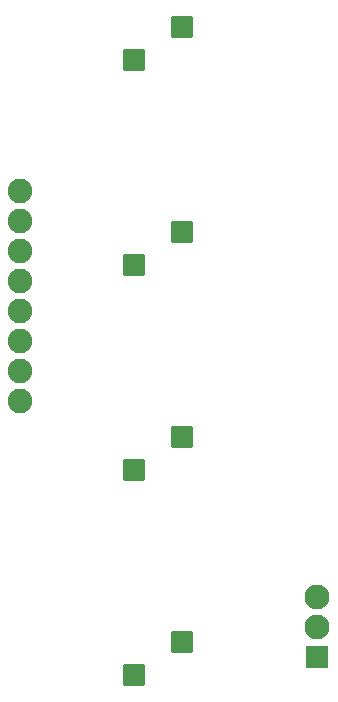
<source format=gbs>
G04 Layer: BottomSolderMaskLayer*
G04 EasyEDA v6.5.15, 2022-09-14 21:09:58*
G04 b6703ba792d845058589b0d9c50fe8b8,8325645c73b1497a9d20913bdd0b9c8b,10*
G04 Gerber Generator version 0.2*
G04 Scale: 100 percent, Rotated: No, Reflected: No *
G04 Dimensions in millimeters *
G04 leading zeros omitted , absolute positions ,4 integer and 5 decimal *
%FSLAX45Y45*%
%MOMM*%

%AMMACRO1*1,1,$1,$2,$3*1,1,$1,$4,$5*1,1,$1,0-$2,0-$3*1,1,$1,0-$4,0-$5*20,1,$1,$2,$3,$4,$5,0*20,1,$1,$4,$5,0-$2,0-$3,0*20,1,$1,0-$2,0-$3,0-$4,0-$5,0*20,1,$1,0-$4,0-$5,$2,$3,0*4,1,4,$2,$3,$4,$5,0-$2,0-$3,0-$4,0-$5,$2,$3,0*%
%ADD10C,2.0828*%
%ADD11MACRO1,0.2032X0.8X-0.8X-0.8X-0.8*%
%ADD12C,2.1016*%
%ADD13MACRO1,0.1016X-0.8999X0.8999X0.8999X0.8999*%

%LPD*%
D10*
G01*
X241300Y-889000D03*
G01*
X241300Y-635000D03*
G01*
X241300Y-381000D03*
G01*
X241300Y-127000D03*
G01*
X241300Y127000D03*
G01*
X241300Y381000D03*
G01*
X241300Y635000D03*
G01*
X241300Y889000D03*
D11*
G01*
X1613916Y-1196848D03*
G01*
X1199896Y-1476248D03*
G01*
X1613916Y2269743D03*
G01*
X1199896Y1990343D03*
G01*
X1613916Y536448D03*
G01*
X1199896Y257048D03*
G01*
X1613916Y-2930143D03*
G01*
X1199896Y-3209543D03*
D12*
G01*
X2755900Y-2552700D03*
G01*
X2755900Y-2806700D03*
D13*
G01*
X2755900Y-3060700D03*
M02*

</source>
